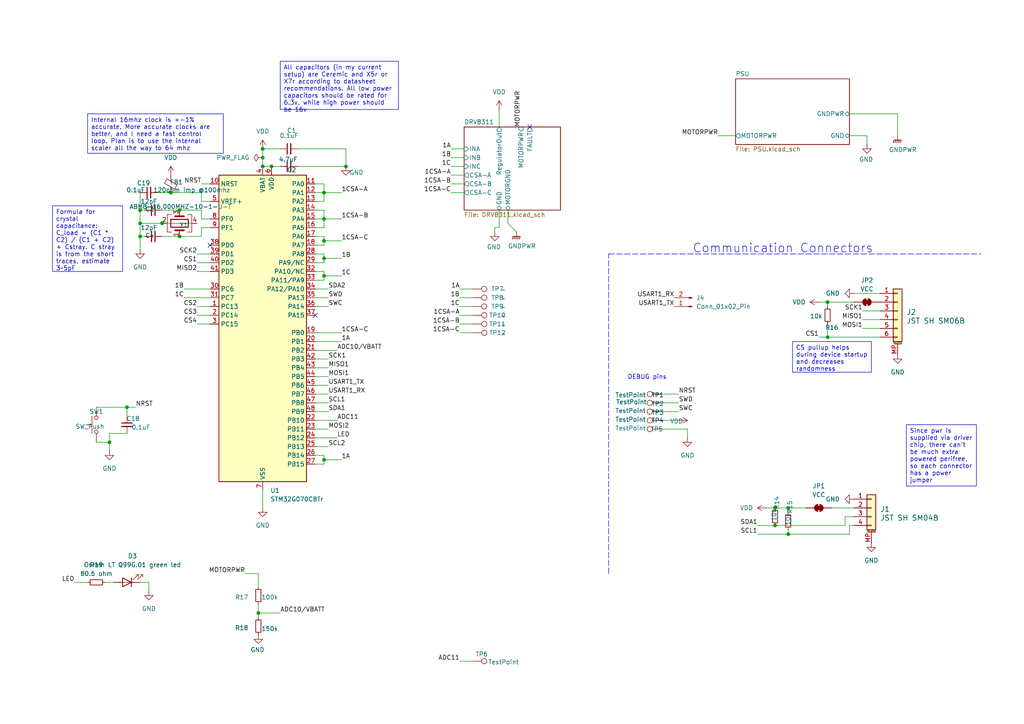
<source format=kicad_sch>
(kicad_sch (version 20231120) (generator "eeschema") (generator_version "8.0")
  (paper "A4")
  (title_block (date "2024-03-29") (rev "V1 Alpha"))
  (lib_symbols
    (symbol "Connector:Conn_01x02_Pin" (pin_names (offset 1.016) hide)
      (property "Reference" "J" (at 0 2.54 0))
      (property "Value" "Conn_01x02_Pin" (at 0 -5.08 0))
      (symbol "Conn_01x02_Pin_1_1"
        (polyline (pts (xy 1.27 -2.54) (xy 0.8636 -2.54)) (stroke (width 0.1524)))
        (polyline (pts (xy 1.27 0) (xy 0.8636 0)) (stroke (width 0.1524)))
        (rectangle (start 0.8636 -2.413) (end 0 -2.667) (stroke (width 0.1524)) (fill (type outline)))
        (rectangle (start 0.8636 0.127) (end 0 -0.127) (stroke (width 0.1524)) (fill (type outline)))
        (pin passive line (at 5.08 0 180) (length 3.81) (name "Pin_1") (number "1"))
        (pin passive line (at 5.08 -2.54 180) (length 3.81) (name "Pin_2") (number "2"))
      )
    )
    (symbol "Connector:TestPoint" (pin_numbers hide) (pin_names (offset 0.762) hide)
      (property "Reference" "TP" (at 0 6.858 0))
      (property "Value" "TestPoint" (at 0 5.08 0))
      (symbol "TestPoint_0_1"
        (circle (center 0 3.302) (radius 0.762))
      )
      (symbol "TestPoint_1_1"
        (pin passive line (at 0 0 90) (length 2.54) (name "1") (number "1"))
      )
    )
    (symbol "Connector_Generic_MountingPin:Conn_01x04_MountingPin" (pin_names (offset 1.016) hide)
      (property "Reference" "J" (at 0 5.08 0))
      (property "Value" "Conn_01x04_MountingPin" (at 1.27 -7.62 0))
      (symbol "Conn_01x04_MountingPin_1_1"
        (rectangle (start -1.27 -4.953) (end 0 -5.207) (stroke (width 0.1524)))
        (rectangle (start -1.27 -2.413) (end 0 -2.667) (stroke (width 0.1524)))
        (rectangle (start -1.27 0.127) (end 0 -0.127) (stroke (width 0.1524)))
        (rectangle (start -1.27 2.667) (end 0 2.413) (stroke (width 0.1524)))
        (rectangle (start -1.27 3.81) (end 1.27 -6.35) (stroke (width 0.254)) (fill (type background)))
        (polyline (pts (xy -1.016 -7.112) (xy 1.016 -7.112)) (stroke (width 0.1524)))
        (text "Mounting" (at 0 -6.731 0) (effects (font (size 0.381 0.381))))
        (pin passive line (at -5.08 2.54 0) (length 3.81) (name "Pin_1") (number "1"))
        (pin passive line (at -5.08 0 0) (length 3.81) (name "Pin_2") (number "2"))
        (pin passive line (at -5.08 -2.54 0) (length 3.81) (name "Pin_3") (number "3"))
        (pin passive line (at -5.08 -5.08 0) (length 3.81) (name "Pin_4") (number "4"))
        (pin passive line (at 0 -10.16 90) (length 3.048) (name "MountPin") (number "MP"))
      )
    )
    (symbol "Connector_Generic_MountingPin:Conn_01x06_MountingPin" (pin_names (offset 1.016) hide)
      (property "Reference" "J" (at 0 7.62 0))
      (property "Value" "Conn_01x06_MountingPin" (at 1.27 -10.16 0))
      (symbol "Conn_01x06_MountingPin_1_1"
        (rectangle (start -1.27 -7.493) (end 0 -7.747) (stroke (width 0.1524)))
        (rectangle (start -1.27 -4.953) (end 0 -5.207) (stroke (width 0.1524)))
        (rectangle (start -1.27 -2.413) (end 0 -2.667) (stroke (width 0.1524)))
        (rectangle (start -1.27 0.127) (end 0 -0.127) (stroke (width 0.1524)))
        (rectangle (start -1.27 2.667) (end 0 2.413) (stroke (width 0.1524)))
        (rectangle (start -1.27 5.207) (end 0 4.953) (stroke (width 0.1524)))
        (rectangle (start -1.27 6.35) (end 1.27 -8.89) (stroke (width 0.254)) (fill (type background)))
        (polyline (pts (xy -1.016 -9.652) (xy 1.016 -9.652)) (stroke (width 0.1524)))
        (text "Mounting" (at 0 -9.271 0) (effects (font (size 0.381 0.381))))
        (pin passive line (at -5.08 5.08 0) (length 3.81) (name "Pin_1") (number "1"))
        (pin passive line (at -5.08 2.54 0) (length 3.81) (name "Pin_2") (number "2"))
        (pin passive line (at -5.08 0 0) (length 3.81) (name "Pin_3") (number "3"))
        (pin passive line (at -5.08 -2.54 0) (length 3.81) (name "Pin_4") (number "4"))
        (pin passive line (at -5.08 -5.08 0) (length 3.81) (name "Pin_5") (number "5"))
        (pin passive line (at -5.08 -7.62 0) (length 3.81) (name "Pin_6") (number "6"))
        (pin passive line (at 0 -12.7 90) (length 3.048) (name "MountPin") (number "MP"))
      )
    )
    (symbol "Device:C_Small" (pin_numbers hide) (pin_names (offset 0.254) hide)
      (property "Reference" "C" (at 0.254 1.778 0))
      (property "Value" "C_Small" (at 0.254 -2.032 0))
      (symbol "C_Small_0_1"
        (polyline (pts (xy -1.524 -0.508) (xy 1.524 -0.508)) (stroke (width 0.3302)))
        (polyline (pts (xy -1.524 0.508) (xy 1.524 0.508)) (stroke (width 0.3048)))
      )
      (symbol "C_Small_1_1"
        (pin passive line (at 0 2.54 270) (length 2.032) (name "~") (number "1"))
        (pin passive line (at 0 -2.54 90) (length 2.032) (name "~") (number "2"))
      )
    )
    (symbol "Device:Crystal_GND24" (pin_names (offset 1.016) hide)
      (property "Reference" "Y" (at 3.175 5.08 0))
      (property "Value" "Crystal_GND24" (at 3.175 3.175 0))
      (symbol "Crystal_GND24_0_1"
        (rectangle (start -1.143 2.54) (end 1.143 -2.54) (stroke (width 0.3048)))
        (polyline (pts (xy -2.54 0) (xy -2.032 0)))
        (polyline (pts (xy -2.032 -1.27) (xy -2.032 1.27)) (stroke (width 0.508)))
        (polyline (pts (xy 0 -3.81) (xy 0 -3.556)))
        (polyline (pts (xy 0 3.556) (xy 0 3.81)))
        (polyline (pts (xy 2.032 -1.27) (xy 2.032 1.27)) (stroke (width 0.508)))
        (polyline (pts (xy 2.032 0) (xy 2.54 0)))
        (polyline (pts (xy -2.54 -2.286) (xy -2.54 -3.556) (xy 2.54 -3.556) (xy 2.54 -2.286)))
        (polyline (pts (xy -2.54 2.286) (xy -2.54 3.556) (xy 2.54 3.556) (xy 2.54 2.286)))
      )
      (symbol "Crystal_GND24_1_1"
        (pin passive line (at -3.81 0 0) (length 1.27) (name "1") (number "1"))
        (pin passive line (at 0 5.08 270) (length 1.27) (name "2") (number "2"))
        (pin passive line (at 3.81 0 180) (length 1.27) (name "3") (number "3"))
        (pin passive line (at 0 -5.08 90) (length 1.27) (name "4") (number "4"))
      )
    )
    (symbol "Device:FerriteBead_Small" (pin_numbers hide) (pin_names (offset 0))
      (property "Reference" "FB" (at 1.905 1.27 0))
      (property "Value" "FerriteBead_Small" (at 1.905 -1.27 0))
      (symbol "FerriteBead_Small_0_1"
        (polyline (pts (xy 0 -1.27) (xy 0 -0.7874)))
        (polyline (pts (xy 0 0.889) (xy 0 1.2954)))
        (polyline (pts (xy -1.8288 0.2794) (xy -1.1176 1.4986) (xy 1.8288 -0.2032) (xy 1.1176 -1.4224) (xy -1.8288 0.2794)))
      )
      (symbol "FerriteBead_Small_1_1"
        (pin passive line (at 0 2.54 270) (length 1.27) (name "~") (number "1"))
        (pin passive line (at 0 -2.54 90) (length 1.27) (name "~") (number "2"))
      )
    )
    (symbol "Device:LED" (pin_numbers hide) (pin_names (offset 1.016) hide)
      (property "Reference" "D" (at 0 2.54 0))
      (property "Value" "LED" (at 0 -2.54 0))
      (symbol "LED_0_1"
        (polyline (pts (xy -1.27 -1.27) (xy -1.27 1.27)) (stroke (width 0.254)))
        (polyline (pts (xy -1.27 0) (xy 1.27 0)))
        (polyline (pts (xy 1.27 -1.27) (xy 1.27 1.27) (xy -1.27 0) (xy 1.27 -1.27)) (stroke (width 0.254)))
        (polyline (pts (xy -3.048 -0.762) (xy -4.572 -2.286) (xy -3.81 -2.286) (xy -4.572 -2.286) (xy -4.572 -1.524)))
        (polyline (pts (xy -1.778 -0.762) (xy -3.302 -2.286) (xy -2.54 -2.286) (xy -3.302 -2.286) (xy -3.302 -1.524)))
      )
      (symbol "LED_1_1"
        (pin passive line (at -3.81 0 0) (length 2.54) (name "K") (number "1"))
        (pin passive line (at 3.81 0 180) (length 2.54) (name "A") (number "2"))
      )
    )
    (symbol "Device:R_Small" (pin_numbers hide) (pin_names (offset 0.254) hide)
      (property "Reference" "R" (at 0.762 0.508 0))
      (property "Value" "R_Small" (at 0.762 -1.016 0))
      (symbol "R_Small_0_1"
        (rectangle (start -0.762 1.778) (end 0.762 -1.778) (stroke (width 0.2032)))
      )
      (symbol "R_Small_1_1"
        (pin passive line (at 0 2.54 270) (length 0.762) (name "~") (number "1"))
        (pin passive line (at 0 -2.54 90) (length 0.762) (name "~") (number "2"))
      )
    )
    (symbol "Jumper:SolderJumper_2_Bridged" (pin_numbers hide) (pin_names (offset 0) hide) (exclude_from_sim yes) (in_bom no)
      (property "Reference" "JP" (at 0 2.032 0))
      (property "Value" "SolderJumper_2_Bridged" (at 0 -2.54 0))
      (symbol "SolderJumper_2_Bridged_0_1"
        (rectangle (start -0.508 0.508) (end 0.508 -0.508) (fill (type outline)))
        (arc (start -0.254 1.016) (mid -1.2656 0) (end -0.254 -1.016))
        (arc (start -0.254 1.016) (mid -1.2656 0) (end -0.254 -1.016) (fill (type outline)))
        (polyline (pts (xy -0.254 1.016) (xy -0.254 -1.016)))
        (polyline (pts (xy 0.254 1.016) (xy 0.254 -1.016)))
        (arc (start 0.254 -1.016) (mid 1.2656 0) (end 0.254 1.016))
        (arc (start 0.254 -1.016) (mid 1.2656 0) (end 0.254 1.016) (fill (type outline)))
      )
      (symbol "SolderJumper_2_Bridged_1_1"
        (pin passive line (at -3.81 0 0) (length 2.54) (name "A") (number "1"))
        (pin passive line (at 3.81 0 180) (length 2.54) (name "B") (number "2"))
      )
    )
    (symbol "MCU_ST_STM32G0:STM32G070CBTx"
      (property "Reference" "U" (at -12.7 46.99 0))
      (property "Value" "STM32G070CBTx" (at 5.08 46.99 0))
      (symbol "STM32G070CBTx_0_1"
        (rectangle (start -12.7 -43.18) (end 12.7 45.72) (stroke (width 0.254)) (fill (type background)))
      )
      (symbol "STM32G070CBTx_1_1"
        (pin bidirectional line (at -15.24 7.62 0) (length 2.54) (name "PC13") (number "1"))
        (pin input line (at -15.24 43.18 0) (length 2.54) (name "NRST") (number "10"))
        (pin bidirectional line (at 15.24 43.18 180) (length 2.54) (name "PA0") (number "11"))
        (pin bidirectional line (at 15.24 40.64 180) (length 2.54) (name "PA1") (number "12"))
        (pin bidirectional line (at 15.24 38.1 180) (length 2.54) (name "PA2") (number "13"))
        (pin bidirectional line (at 15.24 35.56 180) (length 2.54) (name "PA3") (number "14"))
        (pin bidirectional line (at 15.24 33.02 180) (length 2.54) (name "PA4") (number "15"))
        (pin bidirectional line (at 15.24 30.48 180) (length 2.54) (name "PA5") (number "16"))
        (pin bidirectional line (at 15.24 27.94 180) (length 2.54) (name "PA6") (number "17"))
        (pin bidirectional line (at 15.24 25.4 180) (length 2.54) (name "PA7") (number "18"))
        (pin bidirectional line (at 15.24 0 180) (length 2.54) (name "PB0") (number "19"))
        (pin bidirectional line (at -15.24 5.08 0) (length 2.54) (name "PC14") (number "2"))
        (pin bidirectional line (at 15.24 -2.54 180) (length 2.54) (name "PB1") (number "20"))
        (pin bidirectional line (at 15.24 -5.08 180) (length 2.54) (name "PB2") (number "21"))
        (pin bidirectional line (at 15.24 -25.4 180) (length 2.54) (name "PB10") (number "22"))
        (pin bidirectional line (at 15.24 -27.94 180) (length 2.54) (name "PB11") (number "23"))
        (pin bidirectional line (at 15.24 -30.48 180) (length 2.54) (name "PB12") (number "24"))
        (pin bidirectional line (at 15.24 -33.02 180) (length 2.54) (name "PB13") (number "25"))
        (pin bidirectional line (at 15.24 -35.56 180) (length 2.54) (name "PB14") (number "26"))
        (pin bidirectional line (at 15.24 -38.1 180) (length 2.54) (name "PB15") (number "27"))
        (pin bidirectional line (at 15.24 22.86 180) (length 2.54) (name "PA8") (number "28"))
        (pin bidirectional line (at 15.24 20.32 180) (length 2.54) (name "PA9/NC") (number "29"))
        (pin bidirectional line (at -15.24 2.54 0) (length 2.54) (name "PC15") (number "3"))
        (pin bidirectional line (at -15.24 12.7 0) (length 2.54) (name "PC6") (number "30"))
        (pin bidirectional line (at -15.24 10.16 0) (length 2.54) (name "PC7") (number "31"))
        (pin bidirectional line (at 15.24 17.78 180) (length 2.54) (name "PA10/NC") (number "32"))
        (pin bidirectional line (at 15.24 15.24 180) (length 2.54) (name "PA11/PA9") (number "33"))
        (pin bidirectional line (at 15.24 12.7 180) (length 2.54) (name "PA12/PA10") (number "34"))
        (pin bidirectional line (at 15.24 10.16 180) (length 2.54) (name "PA13") (number "35"))
        (pin bidirectional line (at 15.24 7.62 180) (length 2.54) (name "PA14") (number "36"))
        (pin bidirectional line (at 15.24 5.08 180) (length 2.54) (name "PA15") (number "37"))
        (pin bidirectional line (at -15.24 25.4 0) (length 2.54) (name "PD0") (number "38"))
        (pin bidirectional line (at -15.24 22.86 0) (length 2.54) (name "PD1") (number "39"))
        (pin power_in line (at 0 48.26 270) (length 2.54) (name "VBAT") (number "4"))
        (pin bidirectional line (at -15.24 20.32 0) (length 2.54) (name "PD2") (number "40"))
        (pin bidirectional line (at -15.24 17.78 0) (length 2.54) (name "PD3") (number "41"))
        (pin bidirectional line (at 15.24 -7.62 180) (length 2.54) (name "PB3") (number "42"))
        (pin bidirectional line (at 15.24 -10.16 180) (length 2.54) (name "PB4") (number "43"))
        (pin bidirectional line (at 15.24 -12.7 180) (length 2.54) (name "PB5") (number "44"))
        (pin bidirectional line (at 15.24 -15.24 180) (length 2.54) (name "PB6") (number "45"))
        (pin bidirectional line (at 15.24 -17.78 180) (length 2.54) (name "PB7") (number "46"))
        (pin bidirectional line (at 15.24 -20.32 180) (length 2.54) (name "PB8") (number "47"))
        (pin bidirectional line (at 15.24 -22.86 180) (length 2.54) (name "PB9") (number "48"))
        (pin input line (at -15.24 38.1 0) (length 2.54) (name "VREF+") (number "5"))
        (pin power_in line (at 2.54 48.26 270) (length 2.54) (name "VDD") (number "6"))
        (pin power_in line (at 0 -45.72 90) (length 2.54) (name "VSS") (number "7"))
        (pin bidirectional line (at -15.24 33.02 0) (length 2.54) (name "PF0") (number "8"))
        (pin bidirectional line (at -15.24 30.48 0) (length 2.54) (name "PF1") (number "9"))
      )
    )
    (symbol "Switch:SW_Push" (pin_numbers hide) (pin_names (offset 1.016) hide)
      (property "Reference" "SW" (at 1.27 2.54 0))
      (property "Value" "SW_Push" (at 0 -1.524 0))
      (symbol "SW_Push_0_1"
        (circle (center -2.032 0) (radius 0.508))
        (polyline (pts (xy 0 1.27) (xy 0 3.048)))
        (polyline (pts (xy 2.54 1.27) (xy -2.54 1.27)))
        (circle (center 2.032 0) (radius 0.508))
        (pin passive line (at -5.08 0 0) (length 2.54) (name "1") (number "1"))
        (pin passive line (at 5.08 0 180) (length 2.54) (name "2") (number "2"))
      )
    )
    (symbol "power:GND" (power) (pin_numbers hide) (pin_names (offset 0) hide)
      (property "Value" "GND" (at 0 -3.81 0))
      (symbol "GND_0_1"
        (polyline (pts (xy 0 0) (xy 0 -1.27) (xy 1.27 -1.27) (xy 0 -2.54) (xy -1.27 -1.27) (xy 0 -1.27)))
      )
      (symbol "GND_1_1"
        (pin power_in line (at 0 0 270) (length 0) (name "~") (number "1"))
      )
    )
    (symbol "power:GNDPWR" (power) (pin_numbers hide) (pin_names (offset 0) hide)
      (property "Value" "GNDPWR" (at 0 -3.302 0))
      (symbol "GNDPWR_0_1"
        (polyline (pts (xy 0 -1.27) (xy 0 0)))
        (polyline (pts (xy -1.016 -1.27) (xy -1.27 -2.032) (xy -1.27 -2.032)) (stroke (width 0.2032)))
        (polyline (pts (xy -0.508 -1.27) (xy -0.762 -2.032) (xy -0.762 -2.032)) (stroke (width 0.2032)))
        (polyline (pts (xy 0 -1.27) (xy -0.254 -2.032) (xy -0.254 -2.032)) (stroke (width 0.2032)))
        (polyline (pts (xy 0.508 -1.27) (xy 0.254 -2.032) (xy 0.254 -2.032)) (stroke (width 0.2032)))
        (polyline (pts (xy 1.016 -1.27) (xy -1.016 -1.27) (xy -1.016 -1.27)) (stroke (width 0.2032)))
        (polyline (pts (xy 1.016 -1.27) (xy 0.762 -2.032) (xy 0.762 -2.032) (xy 0.762 -2.032)) (stroke (width 0.2032)))
      )
      (symbol "GNDPWR_1_1"
        (pin power_in line (at 0 0 270) (length 0) (name "~") (number "1"))
      )
    )
    (symbol "power:PWR_FLAG" (power) (pin_numbers hide) (pin_names (offset 0) hide)
      (property "Value" "PWR_FLAG" (at 0 3.81 0))
      (symbol "PWR_FLAG_0_0"
        (pin power_out line (at 0 0 90) (length 0) (name "~") (number "1"))
      )
      (symbol "PWR_FLAG_0_1"
        (polyline (pts (xy 0 0) (xy 0 1.27) (xy -1.016 1.905) (xy 0 2.54) (xy 1.016 1.905) (xy 0 1.27)))
      )
    )
    (symbol "power:VDD" (power) (pin_numbers hide) (pin_names (offset 0) hide)
      (property "Value" "VDD" (at 0 3.556 0))
      (symbol "VDD_0_1"
        (polyline (pts (xy -0.762 1.27) (xy 0 2.54)))
        (polyline (pts (xy 0 0) (xy 0 2.54)))
        (polyline (pts (xy 0 2.54) (xy 0.762 1.27)))
      )
      (symbol "VDD_1_1"
        (pin power_in line (at 0 0 90) (length 0) (name "~") (number "1"))
      )
    )
  )
  (junction (at 228.6 147.32))
  (junction (at 31.75 128.27))
  (junction (at 52.07 60.96))
  (junction (at 76.2 43.18))
  (junction (at 76.2 48.26))
  (junction (at 93.98 63.5))
  (junction (at 74.93 177.8))
  (junction (at 46.99 64.77))
  (junction (at 78.74 48.26))
  (junction (at 240.03 87.63))
  (junction (at 93.98 80.01))
  (junction (at 36.83 118.11))
  (junction (at 93.98 69.85))
  (junction (at 224.79 152.4))
  (junction (at 93.98 74.93))
  (junction (at 228.6 154.94))
  (junction (at 240.03 97.79))
  (junction (at 40.64 64.77))
  (junction (at 40.64 60.96))
  (junction (at 52.07 68.58))
  (junction (at 49.53 55.88))
  (junction (at 76.2 45.72))
  (junction (at 40.64 68.58))
  (junction (at 100.33 48.26))
  (junction (at 93.98 133.35))
  (junction (at 224.79 147.32))
  (junction (at 93.98 55.88))
  (no_connect (at 153.67 36.83))
  (no_connect (at 91.44 91.44))
  (no_connect (at 60.96 71.12))
  (wire (pts (xy 143.51 66.04) (xy 144.78 66.04)))
  (wire (pts (xy 93.98 63.5) (xy 99.06 63.5)))
  (wire (pts (xy 46.99 68.58) (xy 52.07 68.58)))
  (wire (pts (xy 30.48 168.91) (xy 33.02 168.91)))
  (wire (pts (xy 91.44 106.68) (xy 95.25 106.68)))
  (wire (pts (xy 40.64 168.91) (xy 43.18 168.91)))
  (wire (pts (xy 58.42 58.42) (xy 60.96 58.42)))
  (wire (pts (xy 222.25 147.32) (xy 224.79 147.32)))
  (wire (pts (xy 91.44 116.84) (xy 95.25 116.84)))
  (wire (pts (xy 91.44 129.54) (xy 95.25 129.54)))
  (wire (pts (xy 91.44 68.58) (xy 93.98 68.58)))
  (wire (pts (xy 40.64 68.58) (xy 41.91 68.58)))
  (wire (pts (xy 246.38 33.02) (xy 260.35 33.02)))
  (wire (pts (xy 130.81 48.26) (xy 134.62 48.26)))
  (wire (pts (xy 191.77 124.46) (xy 199.39 124.46)))
  (wire (pts (xy 144.78 31.75) (xy 144.78 36.83)))
  (wire (pts (xy 228.6 154.94) (xy 246.38 154.94)))
  (wire (pts (xy 40.64 60.96) (xy 40.64 64.77)))
  (wire (pts (xy 93.98 74.93) (xy 93.98 73.66)))
  (wire (pts (xy 91.44 101.6) (xy 97.79 101.6)))
  (wire (pts (xy 76.2 43.18) (xy 76.2 45.72)))
  (wire (pts (xy 58.42 55.88) (xy 58.42 58.42)))
  (wire (pts (xy 91.44 99.06) (xy 99.06 99.06)))
  (wire (pts (xy 91.44 83.82) (xy 95.25 83.82)))
  (wire (pts (xy 91.44 86.36) (xy 95.25 86.36)))
  (wire (pts (xy 60.96 86.36) (xy 53.34 86.36)))
  (wire (pts (xy 241.3 147.32) (xy 247.65 147.32)))
  (wire (pts (xy 130.81 45.72) (xy 134.62 45.72)))
  (wire (pts (xy 133.35 83.82) (xy 137.16 83.82)))
  (wire (pts (xy 31.75 125.73) (xy 31.75 128.27)))
  (wire (pts (xy 130.81 50.8) (xy 134.62 50.8)))
  (wire (pts (xy 237.49 87.63) (xy 240.03 87.63)))
  (wire (pts (xy 224.79 147.32) (xy 228.6 147.32)))
  (wire (pts (xy 247.65 152.4) (xy 246.38 152.4)))
  (wire (pts (xy 86.36 48.26) (xy 100.33 48.26)))
  (wire (pts (xy 91.44 88.9) (xy 95.25 88.9)))
  (wire (pts (xy 240.03 97.79) (xy 255.27 97.79)))
  (wire (pts (xy 91.44 114.3) (xy 95.25 114.3)))
  (wire (pts (xy 57.15 88.9) (xy 60.96 88.9)))
  (wire (pts (xy 250.19 95.25) (xy 255.27 95.25)))
  (wire (pts (xy 91.44 63.5) (xy 93.98 63.5)))
  (wire (pts (xy 91.44 78.74) (xy 93.98 78.74)))
  (wire (pts (xy 91.44 104.14) (xy 95.25 104.14)))
  (wire (pts (xy 144.78 66.04) (xy 144.78 60.96)))
  (wire (pts (xy 91.44 132.08) (xy 93.98 132.08)))
  (wire (pts (xy 133.35 86.36) (xy 137.16 86.36)))
  (wire (pts (xy 93.98 80.01) (xy 99.06 80.01)))
  (wire (pts (xy 133.35 191.77) (xy 137.16 191.77)))
  (wire (pts (xy 78.74 48.26) (xy 81.28 48.26)))
  (wire (pts (xy 133.35 93.98) (xy 137.16 93.98)))
  (wire (pts (xy 36.83 125.73) (xy 31.75 125.73)))
  (wire (pts (xy 86.36 43.18) (xy 100.33 43.18)))
  (wire (pts (xy 240.03 87.63) (xy 240.03 88.9)))
  (polyline (pts (xy 176.53 166.37) (xy 176.53 73.66)) (stroke (width 0) (type dash)))
  (wire (pts (xy 58.42 53.34) (xy 60.96 53.34)))
  (wire (pts (xy 57.15 78.74) (xy 60.96 78.74)))
  (wire (pts (xy 91.44 58.42) (xy 93.98 58.42)))
  (wire (pts (xy 93.98 78.74) (xy 93.98 80.01)))
  (wire (pts (xy 93.98 133.35) (xy 93.98 134.62)))
  (wire (pts (xy 27.94 128.27) (xy 31.75 128.27)))
  (wire (pts (xy 91.44 60.96) (xy 93.98 60.96)))
  (wire (pts (xy 74.93 177.8) (xy 74.93 179.07)))
  (wire (pts (xy 93.98 63.5) (xy 93.98 60.96)))
  (wire (pts (xy 58.42 60.96) (xy 52.07 60.96)))
  (wire (pts (xy 58.42 66.04) (xy 58.42 68.58)))
  (wire (pts (xy 93.98 68.58) (xy 93.98 69.85)))
  (wire (pts (xy 58.42 63.5) (xy 58.42 60.96)))
  (wire (pts (xy 133.35 88.9) (xy 137.16 88.9)))
  (wire (pts (xy 246.38 152.4) (xy 246.38 154.94)))
  (wire (pts (xy 130.81 53.34) (xy 134.62 53.34)))
  (wire (pts (xy 191.77 116.84) (xy 196.85 116.84)))
  (wire (pts (xy 246.38 39.37) (xy 251.46 39.37)))
  (wire (pts (xy 36.83 118.11) (xy 39.37 118.11)))
  (wire (pts (xy 251.46 39.37) (xy 251.46 41.91)))
  (wire (pts (xy 91.44 71.12) (xy 93.98 71.12)))
  (wire (pts (xy 53.34 83.82) (xy 60.96 83.82)))
  (wire (pts (xy 91.44 109.22) (xy 95.25 109.22)))
  (wire (pts (xy 91.44 55.88) (xy 93.98 55.88)))
  (wire (pts (xy 93.98 81.28) (xy 93.98 80.01)))
  (wire (pts (xy 247.65 149.86) (xy 245.11 149.86)))
  (wire (pts (xy 228.6 154.94) (xy 228.6 153.67)))
  (wire (pts (xy 60.96 73.66) (xy 57.15 73.66)))
  (wire (pts (xy 91.44 124.46) (xy 95.25 124.46)))
  (wire (pts (xy 31.75 128.27) (xy 31.75 130.81)))
  (wire (pts (xy 21.59 168.91) (xy 25.4 168.91)))
  (wire (pts (xy 40.64 60.96) (xy 41.91 60.96)))
  (wire (pts (xy 91.44 76.2) (xy 93.98 76.2)))
  (wire (pts (xy 76.2 142.24) (xy 76.2 147.32)))
  (wire (pts (xy 133.35 91.44) (xy 137.16 91.44)))
  (wire (pts (xy 245.11 149.86) (xy 245.11 152.4)))
  (wire (pts (xy 191.77 121.92) (xy 196.85 121.92)))
  (wire (pts (xy 208.28 39.37) (xy 213.36 39.37)))
  (wire (pts (xy 76.2 48.26) (xy 78.74 48.26)))
  (wire (pts (xy 40.64 55.88) (xy 40.64 60.96)))
  (wire (pts (xy 60.96 63.5) (xy 58.42 63.5)))
  (wire (pts (xy 250.19 90.17) (xy 255.27 90.17)))
  (wire (pts (xy 71.12 166.37) (xy 74.93 166.37)))
  (wire (pts (xy 46.99 64.77) (xy 57.15 64.77)))
  (wire (pts (xy 93.98 132.08) (xy 93.98 133.35)))
  (wire (pts (xy 199.39 124.46) (xy 199.39 127)))
  (wire (pts (xy 130.81 55.88) (xy 134.62 55.88)))
  (wire (pts (xy 240.03 93.98) (xy 240.03 97.79)))
  (wire (pts (xy 40.64 64.77) (xy 40.64 68.58)))
  (wire (pts (xy 58.42 68.58) (xy 52.07 68.58)))
  (wire (pts (xy 224.79 152.4) (xy 245.11 152.4)))
  (wire (pts (xy 57.15 93.98) (xy 60.96 93.98)))
  (wire (pts (xy 91.44 66.04) (xy 93.98 66.04)))
  (wire (pts (xy 240.03 87.63) (xy 247.65 87.63)))
  (wire (pts (xy 74.93 166.37) (xy 74.93 170.18)))
  (polyline (pts (xy 176.53 73.66) (xy 284.48 73.66)) (stroke (width 0) (type dash)))
  (wire (pts (xy 191.77 119.38) (xy 196.85 119.38)))
  (wire (pts (xy 91.44 111.76) (xy 95.25 111.76)))
  (wire (pts (xy 93.98 63.5) (xy 93.98 66.04)))
  (wire (pts (xy 99.06 133.35) (xy 93.98 133.35)))
  (wire (pts (xy 93.98 55.88) (xy 99.06 55.88)))
  (wire (pts (xy 45.72 55.88) (xy 49.53 55.88)))
  (wire (pts (xy 219.71 154.94) (xy 228.6 154.94)))
  (wire (pts (xy 93.98 69.85) (xy 99.06 69.85)))
  (wire (pts (xy 147.32 64.77) (xy 149.86 67.31)))
  (wire (pts (xy 93.98 55.88) (xy 93.98 53.34)))
  (wire (pts (xy 91.44 134.62) (xy 93.98 134.62)))
  (wire (pts (xy 100.33 43.18) (xy 100.33 48.26)))
  (wire (pts (xy 147.32 60.96) (xy 147.32 64.77)))
  (wire (pts (xy 228.6 147.32) (xy 228.6 148.59)))
  (wire (pts (xy 97.79 127) (xy 91.44 127)))
  (wire (pts (xy 46.99 60.96) (xy 52.07 60.96)))
  (wire (pts (xy 43.18 168.91) (xy 43.18 171.45)))
  (wire (pts (xy 76.2 45.72) (xy 76.2 48.26)))
  (wire (pts (xy 91.44 121.92) (xy 97.79 121.92)))
  (wire (pts (xy 74.93 175.26) (xy 74.93 177.8)))
  (wire (pts (xy 130.81 43.18) (xy 134.62 43.18)))
  (wire (pts (xy 196.85 114.3) (xy 191.77 114.3)))
  (wire (pts (xy 36.83 118.11) (xy 36.83 120.65)))
  (wire (pts (xy 133.35 96.52) (xy 137.16 96.52)))
  (wire (pts (xy 57.15 91.44) (xy 60.96 91.44)))
  (wire (pts (xy 49.53 55.88) (xy 58.42 55.88)))
  (wire (pts (xy 228.6 147.32) (xy 233.68 147.32)))
  (wire (pts (xy 93.98 76.2) (xy 93.98 74.93)))
  (wire (pts (xy 93.98 74.93) (xy 99.06 74.93)))
  (wire (pts (xy 76.2 43.18) (xy 81.28 43.18)))
  (wire (pts (xy 93.98 71.12) (xy 93.98 69.85)))
  (wire (pts (xy 91.44 96.52) (xy 99.06 96.52)))
  (wire (pts (xy 250.19 92.71) (xy 255.27 92.71)))
  (wire (pts (xy 93.98 55.88) (xy 93.98 58.42)))
  (wire (pts (xy 260.35 39.37) (xy 260.35 33.02)))
  (wire (pts (xy 219.71 152.4) (xy 224.79 152.4)))
  (wire (pts (xy 57.15 76.2) (xy 60.96 76.2)))
  (wire (pts (xy 27.94 118.11) (xy 36.83 118.11)))
  (wire (pts (xy 40.64 68.58) (xy 40.64 72.39)))
  (wire (pts (xy 74.93 177.8) (xy 81.28 177.8)))
  (wire (pts (xy 40.64 64.77) (xy 46.99 64.77)))
  (wire (pts (xy 237.49 97.79) (xy 240.03 97.79)))
  (wire (pts (xy 91.44 81.28) (xy 93.98 81.28)))
  (wire (pts (xy 91.44 119.38) (xy 95.25 119.38)))
  (wire (pts (xy 91.44 73.66) (xy 93.98 73.66)))
  (wire (pts (xy 60.96 66.04) (xy 58.42 66.04)))
  (wire (pts (xy 247.65 85.09) (xy 255.27 85.09)))
  (wire (pts (xy 143.51 66.04) (xy 143.51 67.31)))
  (wire (pts (xy 91.44 53.34) (xy 93.98 53.34)))
  (text_box "CS pullup helps during device startup and decreases randomness" (at 229.87 99.06 0) (size 22.86 8.89) (effects (font (size 1.27 1.27)) (justify left top)))
  (text_box "All capacitors (in my current setup) are Ceremic and X5r or X7r according to datasheet recommendations. All low power capacitors should be rated for 6.3v, while high power should be 16v" (at 81.28 17.78 0) (size 34.29 13.97) (effects (font (size 1.27 1.27)) (justify left top)))
  (text_box "Formula for crystal capacitance: C_load = (C1 * C2) / (C1 + C2) + Cstray. C stray is from the short traces, estimate 3~5pF" (at 15.24 59.69 0) (size 20.32 19.05) (effects (font (size 1.27 1.27)) (justify left top)))
  (text_box "Since pwr is supplied via driver chip, there can't be much extra powered perifree, so each connector has a power jumper" (at 262.89 123.19 0) (size 20.32 17.78) (effects (font (size 1.27 1.27)) (justify left top)))
  (text_box "Internal 16mhz clock is +-1% accurate. More accurate clocks are better, and I need a fast control loop. Plan is to use the internal scaler all the way to 64 mhz" (at 25.4 33.02 0) (size 39.37 11.43) (effects (font (size 1.27 1.27)) (justify left top)))
  (text "Communication Connectors" (at 227.076 72.136 0) (effects (font (size 2.54 2.54))))
  (text "DEBUG pins" (at 187.706 109.474 0) (effects (font (size 1.27 1.27))))
  (label "ADC10{slash}VBATT" (at 81.28 177.8 0))
  (label "ADC11" (at 133.35 191.77 180))
  (label "ADC10{slash}VBATT" (at 97.79 101.6 0))
  (label "SDA1" (at 95.25 119.38 0))
  (label "LED" (at 21.59 168.91 180))
  (label "USART1_TX" (at 95.25 111.76 0))
  (label "SWD" (at 196.85 116.84 0))
  (label "SCL1" (at 95.25 116.84 0))
  (label "CS1" (at 57.15 76.2 180))
  (label "1CSA-B" (at 99.06 63.5 0))
  (label "SCK2" (at 57.15 73.66 180))
  (label "1B" (at 133.35 86.36 180))
  (label "USART1_RX" (at 195.58 86.36 180))
  (label "MISO2" (at 57.15 78.74 180))
  (label "USART1_RX" (at 95.25 114.3 0))
  (label "SDA2" (at 95.25 83.82 0))
  (label "SCK1" (at 250.19 90.17 180))
  (label "1A" (at 133.35 83.82 180))
  (label "MOTORPWR" (at 151.13 36.83 90))
  (label "1C" (at 53.34 86.36 180))
  (label "1B" (at 99.06 74.93 0))
  (label "SCL1" (at 219.71 154.94 180))
  (label "1CSA-A" (at 133.35 91.44 180))
  (label "NRST" (at 39.37 118.11 0))
  (label "ADC11" (at 97.79 121.92 0))
  (label "1C" (at 133.35 88.9 180))
  (label "1CSA-B" (at 130.81 53.34 180))
  (label "1CSA-C" (at 99.06 69.85 0))
  (label "1C" (at 130.81 48.26 180))
  (label "SWC" (at 95.25 88.9 0))
  (label "1B" (at 53.34 83.82 180))
  (label "SWC" (at 196.85 119.38 0))
  (label "MOTORPWR" (at 71.12 166.37 180))
  (label "1CSA-A" (at 99.06 55.88 0))
  (label "CS4" (at 57.15 93.98 180))
  (label "CS2" (at 57.15 88.9 180))
  (label "MOSI2" (at 95.25 124.46 0))
  (label "CS1" (at 237.49 97.79 180))
  (label "NRST" (at 196.85 114.3 0))
  (label "MISO1" (at 250.19 92.71 180))
  (label "USART1_TX" (at 195.58 88.9 180))
  (label "1A" (at 99.06 99.06 0))
  (label "CS3" (at 57.15 91.44 180))
  (label "1CSA-C" (at 133.35 96.52 180))
  (label "MISO1" (at 95.25 106.68 0))
  (label "1C" (at 99.06 80.01 0))
  (label "SCL2" (at 95.25 129.54 0))
  (label "MOSI1" (at 95.25 109.22 0))
  (label "1B" (at 130.81 45.72 180))
  (label "NRST" (at 58.42 53.34 180))
  (label "1A" (at 99.06 133.35 0))
  (label "1CSA-C" (at 99.06 96.52 0))
  (label "SCK1" (at 95.25 104.14 0))
  (label "1CSA-B" (at 133.35 93.98 180))
  (label "1CSA-C" (at 130.81 55.88 180))
  (label "1A" (at 130.81 43.18 180))
  (label "MOTORPWR" (at 208.28 39.37 180))
  (label "SWD" (at 95.25 86.36 0))
  (label "1CSA-A" (at 130.81 50.8 180))
  (label "SDA1" (at 219.71 152.4 180))
  (label "MOSI1" (at 250.19 95.25 180))
  (label "LED" (at 97.79 127 0))
  (symbol (lib_id "power:GND") (at 143.51 67.31 0) (unit 1)
    (property "Reference" "#PWR09" (effects (hide yes)))
    (property "Value" "GND" (at 143.256 71.628 0))
    (property "Description" "Power symbol creates a global label with name \"GND\" , ground" (effects (hide yes)))
  )
  (symbol (lib_id "Device:R_Small") (at 228.6 151.13 0) (unit 1)
    (property "Reference" "R15" (at 229.108 147.066 90))
    (property "Value" "10k" (at 228.6 150.622 90))
    (property "Footprint" "Resistor_SMD:R_0603_1608Metric" (effects (hide yes)))
    (property "Description" "Resistor, small symbol" (effects (hide yes)))
  )
  (symbol (lib_id "Device:R_Small") (at 240.03 91.44 0) (unit 1)
    (property "Reference" "R16" (at 241.3 94.996 0))
    (property "Value" "10k" (at 236.728 91.694 0))
    (property "Footprint" "Resistor_SMD:R_0603_1608Metric" (effects (hide yes)))
    (property "Description" "Resistor, small symbol" (effects (hide yes)))
  )
  (symbol (lib_id "power:GND") (at 247.65 85.09 270) (unit 1)
    (property "Reference" "#PWR016" (effects (hide yes)))
    (property "Value" "GND" (at 243.586 85.0899 90) (effects (justify right)))
    (property "Description" "Power symbol creates a global label with name \"GND\" , ground" (effects (hide yes)))
  )
  (symbol (lib_id "Connector:TestPoint") (at 137.16 93.98 270) (unit 1)
    (property "Reference" "TP11" (at 144.272 93.98 90))
    (property "Value" "~" (at 146.05 94.234 90))
    (property "Footprint" "TestPoint:TestPoint_Pad_D1.5mm" (effects (hide yes)))
    (property "Description" "test point" (effects (hide yes)))
  )
  (symbol (lib_id "Switch:SW_Push") (at 27.94 123.19 90) (unit 1)
    (property "Reference" "SW1" (at 25.908 119.38 90) (effects (justify right)))
    (property "Value" "SW_Push" (at 21.844 123.698 90) (effects (justify right)))
    (property "Footprint" "Button_Switch_SMD:SW_Push_1P1T_NO_CK_KMR2" (effects (hide yes)))
    (property "Description" "Push button switch, generic, two pins" (effects (hide yes)))
  )
  (symbol (lib_id "power:GND") (at 247.65 144.78 270) (unit 1)
    (property "Reference" "#PWR014" (effects (hide yes)))
    (property "Value" "GND" (at 243.586 144.7799 90) (effects (justify right)))
    (property "Description" "Power symbol creates a global label with name \"GND\" , ground" (effects (hide yes)))
  )
  (symbol (lib_id "power:GND") (at 74.93 184.15 0) (unit 1)
    (property "Reference" "#PWR026" (effects (hide yes)))
    (property "Value" "GND" (at 74.676 188.468 0))
    (property "Description" "Power symbol creates a global label with name \"GND\" , ground" (effects (hide yes)))
  )
  (symbol (lib_id "Device:C_Small") (at 83.82 43.18 90) (unit 1)
    (property "Reference" "C1" (at 84.582 37.846 90))
    (property "Value" "0.1uF" (at 83.8263 39.37 90))
    (property "Footprint" "Capacitor_SMD:C_0603_1608Metric" (effects (hide yes)))
    (property "Description" "Unpolarized capacitor, small symbol" (effects (hide yes)))
  )
  (symbol (lib_id "Device:R_Small") (at 74.93 181.61 180) (unit 1)
    (property "Reference" "R18" (at 70.104 182.118 0))
    (property "Value" "150k" (at 78.232 182.372 0))
    (property "Footprint" "Resistor_SMD:R_0603_1608Metric" (effects (hide yes)))
    (property "Description" "Resistor, small symbol" (effects (hide yes)))
  )
  (symbol (lib_id "Jumper:SolderJumper_2_Bridged") (at 237.49 147.32 0) (unit 1) (exclude_from_sim yes) (in_bom no)
    (property "Reference" "JP1" (at 237.49 140.97 0))
    (property "Value" "VCC" (at 237.49 143.51 0))
    (property "Footprint" "Jumper:SolderJumper-2_P1.3mm_Bridged_Pad1.0x1.5mm" (effects (hide yes)))
    (property "Description" "Solder Jumper, 2-pole, closed/bridged" (effects (hide yes)))
  )
  (symbol (lib_id "power:VDD") (at 237.49 87.63 90) (unit 1)
    (property "Reference" "#PWR017" (effects (hide yes)))
    (property "Value" "VDD" (at 233.68 87.6299 90) (effects (justify left)))
    (property "Description" "Power symbol creates a global label with name \"VDD\"" (effects (hide yes)))
  )
  (symbol (lib_id "Device:R_Small") (at 74.93 172.72 180) (unit 1)
    (property "Reference" "R17" (at 70.104 173.228 0))
    (property "Value" "100k" (at 78.232 173.228 0))
    (property "Footprint" "Resistor_SMD:R_0603_1608Metric" (effects (hide yes)))
    (property "Description" "Resistor, small symbol" (effects (hide yes)))
  )
  (symbol (lib_id "power:GND") (at 43.18 171.45 0) (unit 1)
    (property "Reference" "#PWR028" (effects (hide yes)))
    (property "Value" "GND" (at 43.18 176.53 0))
    (property "Description" "Power symbol creates a global label with name \"GND\" , ground" (effects (hide yes)))
  )
  (symbol (lib_id "power:VDD") (at 222.25 147.32 90) (unit 1)
    (property "Reference" "#PWR015" (effects (hide yes)))
    (property "Value" "VDD" (at 218.44 147.3199 90) (effects (justify left)))
    (property "Description" "Power symbol creates a global label with name \"VDD\"" (effects (hide yes)))
  )
  (symbol (lib_id "Device:C_Small") (at 44.45 68.58 270) (unit 1)
    (property "Reference" "C4" (at 43.434 68.326 90))
    (property "Value" "12pF" (at 43.18 66.04 90))
    (property "Footprint" "Capacitor_SMD:C_0603_1608Metric_Pad1.08x0.95mm_HandSolder" (effects (hide yes)))
    (property "Description" "Unpolarized capacitor, small symbol" (effects (hide yes)))
  )
  (symbol (lib_id "Jumper:SolderJumper_2_Bridged") (at 251.46 87.63 0) (unit 1) (exclude_from_sim yes) (in_bom no)
    (property "Reference" "JP2" (at 251.46 81.28 0))
    (property "Value" "VCC" (at 251.46 83.82 0))
    (property "Footprint" "Jumper:SolderJumper-2_P1.3mm_Bridged_Pad1.0x1.5mm" (effects (hide yes)))
    (property "Description" "Solder Jumper, 2-pole, closed/bridged" (effects (hide yes)))
  )
  (symbol (lib_id "Device:FerriteBead_Small") (at 49.53 53.34 180) (unit 1)
    (property "Reference" "FB1" (at 49.276 52.832 0) (effects (justify right)))
    (property "Value" "120ohm imp @100mhz" (at 44.45 55.118 0) (effects (justify right)))
    (property "Footprint" "Inductor_SMD:L_0603_1608Metric" (effects (hide yes)))
    (property "Description" "Ferrite bead, small symbol" (effects (hide yes)))
  )
  (symbol (lib_id "Connector:TestPoint") (at 191.77 114.3 90) (unit 1)
    (property "Reference" "TP1" (at 190.754 114.554 90))
    (property "Value" "TestPoint" (at 182.88 114.554 90))
    (property "Footprint" "TestPoint:TestPoint_Pad_D1.5mm" (effects (hide yes)))
    (property "Description" "test point" (effects (hide yes)))
  )
  (symbol (lib_id "Connector:TestPoint") (at 137.16 88.9 270) (unit 1)
    (property "Reference" "TP9" (at 144.272 88.9 90))
    (property "Value" "~" (at 146.05 89.154 90))
    (property "Footprint" "TestPoint:TestPoint_Pad_D1.5mm" (effects (hide yes)))
    (property "Description" "test point" (effects (hide yes)))
  )
  (symbol (lib_id "power:GND") (at 252.73 157.48 0) (unit 1)
    (property "Reference" "#PWR025" (effects (hide yes)))
    (property "Value" "GND" (at 252.73 162.56 0))
    (property "Description" "Power symbol creates a global label with name \"GND\" , ground" (effects (hide yes)))
  )
  (symbol (lib_id "power:GNDPWR") (at 149.86 67.31 0) (unit 1)
    (property "Reference" "#PWR010" (effects (hide yes)))
    (property "Value" "GNDPWR" (at 151.384 71.374 0))
    (property "Description" "Power symbol creates a global label with name \"GNDPWR\" , global ground" (effects (hide yes)))
  )
  (symbol (lib_id "Connector_Generic_MountingPin:Conn_01x04_MountingPin") (at 252.73 147.32 0) (unit 1)
    (property "Reference" "J1" (at 255.27 147.6755 0) (effects (font (size 1.524 1.524)) (justify left)))
    (property "Value" "JST SH SM04B" (at 255.27 150.2155 0) (effects (font (size 1.524 1.524)) (justify left)))
    (property "Footprint" "Connector_JST:JST_SH_SM04B-SRSS-TB_1x04-1MP_P1.00mm_Horizontal" (effects (hide yes)))
    (property "Description" "Generic connectable mounting pin connector, single row, 01x04, script generated (kicad-library-utils/schlib/autogen/connector/)" (effects (hide yes)))
  )
  (symbol (lib_id "Connector:TestPoint") (at 137.16 91.44 270) (unit 1)
    (property "Reference" "TP10" (at 144.272 91.44 90))
    (property "Value" "~" (at 146.05 91.694 90))
    (property "Footprint" "TestPoint:TestPoint_Pad_D1.5mm" (effects (hide yes)))
    (property "Description" "test point" (effects (hide yes)))
  )
  (symbol (lib_id "power:GND") (at 251.46 41.91 0) (unit 1)
    (property "Reference" "#PWR02" (effects (hide yes)))
    (property "Value" "GND" (at 251.206 46.228 0))
    (property "Description" "Power symbol creates a global label with name \"GND\" , ground" (effects (hide yes)))
  )
  (symbol (lib_id "Device:C_Small") (at 44.45 60.96 270) (unit 1)
    (property "Reference" "C3" (at 43.434 60.706 90))
    (property "Value" "12pF" (at 43.18 58.42 90))
    (property "Footprint" "Capacitor_SMD:C_0603_1608Metric_Pad1.08x0.95mm_HandSolder" (effects (hide yes)))
    (property "Description" "Unpolarized capacitor, small symbol" (effects (hide yes)))
  )
  (symbol (lib_id "Device:C_Small") (at 36.83 123.19 0) (unit 1)
    (property "Reference" "C18" (at 38.608 121.412 0))
    (property "Value" "0.1uF" (at 40.894 123.952 0))
    (property "Footprint" "Capacitor_SMD:C_0603_1608Metric_Pad1.08x0.95mm_HandSolder" (effects (hide yes)))
    (property "Description" "Unpolarized capacitor, small symbol" (effects (hide yes)))
  )
  (symbol (lib_id "Device:C_Small") (at 83.82 48.26 90) (unit 1)
    (property "Reference" "C2" (at 84.582 49.276 90))
    (property "Value" "4.7uF" (at 83.566 46.228 90))
    (property "Footprint" "Capacitor_SMD:C_0603_1608Metric" (effects (hide yes)))
    (property "Description" "Unpolarized capacitor, small symbol" (effects (hide yes)))
  )
  (symbol (lib_id "Device:Crystal_GND24") (at 52.07 64.77 90) (unit 1)
    (property "Reference" "Y1" (at 53.34 65.278 90))
    (property "Value" "ABM8-16.000MHZ-10-1-U-T" (at 52.324 59.944 90))
    (property "Footprint" "Crystal:Crystal_SMD_Abracon_ABM8G-4Pin_3.2x2.5mm" (effects (hide yes)))
    (property "Description" "Four pin crystal, GND on pins 2 and 4" (effects (hide yes)))
  )
  (symbol (lib_id "Connector:Conn_01x02_Pin") (at 200.66 88.9 180) (unit 1)
    (property "Reference" "J4" (at 201.93 86.3599 0) (effects (justify right)))
    (property "Value" "Conn_01x02_Pin" (at 201.93 88.8999 0) (effects (justify right)))
    (property "Footprint" "Connector_PinHeader_2.54mm:PinHeader_1x02_P2.54mm_Vertical" (effects (hide yes)))
    (property "Description" "Generic connector, single row, 01x02, script generated" (effects (hide yes)))
  )
  (symbol (lib_id "power:VDD") (at 49.53 50.8 0) (unit 1)
    (property "Reference" "#PWR023" (effects (hide yes)))
    (property "Value" "VDD" (at 49.53 45.72 0))
    (property "Description" "Power symbol creates a global label with name \"VDD\"" (effects (hide yes)))
  )
  (symbol (lib_id "power:VDD") (at 76.2 43.18 0) (unit 1)
    (property "Reference" "#PWR03" (effects (hide yes)))
    (property "Value" "VDD" (at 76.2 38.1 0))
    (property "Description" "Power symbol creates a global label with name \"VDD\"" (effects (hide yes)))
  )
  (symbol (lib_id "Connector:TestPoint") (at 137.16 96.52 270) (unit 1)
    (property "Reference" "TP12" (at 144.272 96.52 90))
    (property "Value" "~" (at 146.05 96.774 90))
    (property "Footprint" "TestPoint:TestPoint_Pad_D1.5mm" (effects (hide yes)))
    (property "Description" "test point" (effects (hide yes)))
  )
  (symbol (lib_id "Connector:TestPoint") (at 137.16 83.82 270) (unit 1)
    (property "Reference" "TP7" (at 144.272 83.82 90))
    (property "Value" "~" (at 146.05 84.074 90))
    (property "Footprint" "TestPoint:TestPoint_Pad_D1.5mm" (effects (hide yes)))
    (property "Description" "test point" (effects (hide yes)))
  )
  (symbol (lib_id "power:GND") (at 100.33 48.26 0) (unit 1)
    (property "Reference" "#PWR04" (effects (hide yes)))
    (property "Value" "GND" (at 103.378 50.038 0))
    (property "Description" "Power symbol creates a global label with name \"GND\" , ground" (effects (hide yes)))
  )
  (symbol (lib_id "Connector_Generic_MountingPin:Conn_01x06_MountingPin") (at 260.35 90.17 0) (unit 1)
    (property "Reference" "J2" (at 262.89 90.5255 0) (effects (font (size 1.524 1.524)) (justify left)))
    (property "Value" "JST SH SM06B" (at 262.89 93.0655 0) (effects (font (size 1.524 1.524)) (justify left)))
    (property "Footprint" "Connector_JST:JST_SH_SM06B-SRSS-TB_1x06-1MP_P1.00mm_Horizontal" (effects (hide yes)))
    (property "Description" "Generic connectable mounting pin connector, single row, 01x06, script generated (kicad-library-utils/schlib/autogen/connector/)" (effects (hide yes)))
  )
  (symbol (lib_id "power:GND") (at 260.35 102.87 0) (unit 1)
    (property "Reference" "#PWR024" (effects (hide yes)))
    (property "Value" "GND" (at 260.35 107.95 0))
    (property "Description" "Power symbol creates a global label with name \"GND\" , ground" (effects (hide yes)))
  )
  (symbol (lib_id "power:GND") (at 40.64 72.39 0) (unit 1)
    (property "Reference" "#PWR08" (effects (hide yes)))
    (property "Value" "GND" (at 40.64 77.47 0))
    (property "Description" "Power symbol creates a global label with name \"GND\" , ground" (effects (hide yes)))
  )
  (symbol (lib_id "power:VDD") (at 196.85 121.92 270) (unit 1)
    (property "Reference" "#PWR06" (effects (hide yes)))
    (property "Value" "VDD" (at 194.31 122.174 90) (effects (justify left)))
    (property "Description" "Power symbol creates a global label with name \"VDD\"" (effects (hide yes)))
  )
  (symbol (lib_id "Connector:TestPoint") (at 191.77 124.46 90) (unit 1)
    (property "Reference" "TP5" (at 190.5 124.46 90))
    (property "Value" "TestPoint" (at 182.88 124.206 90))
    (property "Footprint" "TestPoint:TestPoint_Pad_D1.5mm" (effects (hide yes)))
    (property "Description" "test point" (effects (hide yes)))
  )
  (symbol (lib_id "Connector:TestPoint") (at 137.16 191.77 270) (unit 1)
    (property "Reference" "TP6" (at 139.7 189.738 90))
    (property "Value" "TestPoint" (at 146.05 192.024 90))
    (property "Footprint" "TestPoint:TestPoint_Pad_D1.5mm" (effects (hide yes)))
    (property "Description" "test point" (effects (hide yes)))
  )
  (symbol (lib_id "Device:C_Small") (at 43.18 55.88 90) (unit 1)
    (property "Reference" "C19" (at 41.656 53.086 90))
    (property "Value" "0.1uF" (at 39.37 55.118 90))
    (property "Footprint" "Capacitor_SMD:C_0603_1608Metric" (effects (hide yes)))
    (property "Description" "Unpolarized capacitor, small symbol" (effects (hide yes)))
  )
  (symbol (lib_id "Connector:TestPoint") (at 191.77 119.38 90) (unit 1)
    (property "Reference" "TP3" (at 190.754 119.634 90))
    (property "Value" "TestPoint" (at 182.88 119.126 90))
    (property "Footprint" "TestPoint:TestPoint_Pad_D1.5mm" (effects (hide yes)))
    (property "Description" "test point" (effects (hide yes)))
  )
  (symbol (lib_id "Device:R_Small") (at 224.79 149.86 0) (unit 1)
    (property "Reference" "R14" (at 225.298 145.796 90))
    (property "Value" "10k" (at 224.536 149.352 90))
    (property "Footprint" "Resistor_SMD:R_0603_1608Metric" (effects (hide yes)))
    (property "Description" "Resistor, small symbol" (effects (hide yes)))
  )
  (symbol (lib_id "power:GND") (at 199.39 127 0) (unit 1)
    (property "Reference" "#PWR07" (effects (hide yes)))
    (property "Value" "GND" (at 199.39 132.08 0))
    (property "Description" "Power symbol creates a global label with name \"GND\" , ground" (effects (hide yes)))
  )
  (symbol (lib_id "Device:LED") (at 36.83 168.91 180) (unit 1)
    (property "Reference" "D3" (at 38.4175 161.29 0))
    (property "Value" "Osram LT Q99G.01 green led" (at 38.4175 163.83 0))
    (property "Footprint" "LED_SMD:LED_0603_1608Metric_Pad1.05x0.95mm_HandSolder" (effects (hide yes)))
    (property "Description" "Light emitting diode" (effects (hide yes)))
  )
  (symbol (lib_id "Connector:TestPoint") (at 137.16 86.36 270) (unit 1)
    (property "Reference" "TP8" (at 144.272 86.36 90))
    (property "Value" "~" (at 146.05 86.614 90))
    (property "Footprint" "TestPoint:TestPoint_Pad_D1.5mm" (effects (hide yes)))
    (property "Description" "test point" (effects (hide yes)))
  )
  (symbol (lib_id "Device:R_Small") (at 27.94 168.91 90) (unit 1)
    (property "Reference" "R19" (at 27.94 163.83 90))
    (property "Value" "80.6 ohm" (at 27.94 166.37 90))
    (property "Footprint" "Resistor_SMD:R_0603_1608Metric" (effects (hide yes)))
    (property "Description" "Resistor, small symbol" (effects (hide yes)))
  )
  (symbol (lib_id "power:PWR_FLAG") (at 76.2 45.72 90) (unit 1)
    (property "Reference" "#FLG01" (effects (hide yes)))
    (property "Value" "PWR_FLAG" (at 72.39 45.7199 90) (effects (justify left)))
    (property "Description" "Special symbol for telling ERC where power comes from" (effects (hide yes)))
  )
  (symbol (lib_id "power:GNDPWR") (at 260.35 39.37 0) (unit 1)
    (property "Reference" "#PWR01" (effects (hide yes)))
    (property "Value" "GNDPWR" (at 261.874 43.434 0))
    (property "Description" "Power symbol creates a global label with name \"GNDPWR\" , global ground" (effects (hide yes)))
  )
  (symbol (lib_id "Connector:TestPoint") (at 191.77 116.84 90) (unit 1)
    (property "Reference" "TP2" (at 190.754 117.094 90))
    (property "Value" "TestPoint" (at 183.134 116.586 90))
    (property "Footprint" "TestPoint:TestPoint_Pad_D1.5mm" (effects (hide yes)))
    (property "Description" "test point" (effects (hide yes)))
  )
  (symbol (lib_id "power:VDD") (at 144.78 31.75 0) (unit 1)
    (property "Reference" "#PWR05" (effects (hide yes)))
    (property "Value" "VDD" (at 144.78 26.67 0))
    (property "Description" "Power symbol creates a global label with name \"VDD\"" (effects (hide yes)))
  )
  (symbol (lib_id "power:GND") (at 76.2 147.32 0) (unit 1)
    (property "Reference" "#PWR013" (effects (hide yes)))
    (property "Value" "GND" (at 76.2 152.4 0))
    (property "Description" "Power symbol creates a global label with name \"GND\" , ground" (effects (hide yes)))
  )
  (symbol (lib_id "MCU_ST_STM32G0:STM32G070CBTx") (at 76.2 96.52 0) (unit 1)
    (property "Reference" "U1" (at 78.3941 142.24 0) (effects (justify left)))
    (property "Value" "STM32G070CBTr" (at 78.3941 144.78 0) (effects (justify left)))
    (property "Footprint" "Package_QFP:LQFP-48_7x7mm_P0.5mm" (effects (hide yes)))
    (property "Datasheet" "https://www.st.com/resource/en/datasheet/stm32g070cb.pdf" (effects (hide yes)))
    (property "Description" "STMicroelectronics Arm Cortex-M0+ MCU, 128KB flash, 36KB RAM, 64 MHz, 2.0-3.6V, 43 GPIO, LQFP48" (effects (hide yes)))
  )
  (symbol (lib_id "power:GND") (at 31.75 130.81 0) (unit 1)
    (property "Reference" "#PWR027" (effects (hide yes)))
    (property "Value" "GND" (at 31.75 135.89 0))
    (property "Description" "Power symbol creates a global label with name \"GND\" , ground" (effects (hide yes)))
  )
  (symbol (lib_id "Connector:TestPoint") (at 191.77 121.92 90) (unit 1)
    (property "Reference" "TP4" (at 190.754 121.92 90))
    (property "Value" "TestPoint" (at 182.88 121.666 90))
    (property "Footprint" "TestPoint:TestPoint_Pad_D1.5mm" (effects (hide yes)))
    (property "Description" "test point" (effects (hide yes)))
  )
  (sheet (at 134.62 36.83) (size 27.94 24.13) (stroke (width 0.1524))
    (property "Sheetname" "DRV8311" (at 134.62 36.1184 0) (effects (justify left bottom)))
    (property "Sheetfile" "DRV8311.kicad_sch" (at 134.62 61.5446 0) (effects (justify left top)))
    (pin "INC" input (at 134.62 48.26 180))
    (pin "INA" input (at 134.62 43.18 180))
    (pin "INB" input (at 134.62 45.72 180))
    (pin "MOTORGND" bidirectional (at 147.32 60.96 270))
    (pin "MOTORPWR" input (at 151.13 36.83 90))
    (pin "GND" bidirectional (at 144.78 60.96 270))
    (pin "CSA-B" output (at 134.62 53.34 180))
    (pin "CSA-A" output (at 134.62 50.8 180))
    (pin "CSA-C" output (at 134.62 55.88 180))
    (pin "RegulatorOut" output (at 144.78 36.83 90))
    (pin "FAULT" output (at 153.67 36.83 90))
  )
  (sheet (at 213.36 22.86) (size 33.02 19.05) (stroke (width 0.1524))
    (property "Sheetname" "PSU" (at 213.36 22.1484 0) (effects (justify left bottom)))
    (property "Sheetfile" "PSU.kicad_sch" (at 213.36 42.4946 0) (effects (justify left top)))
    (pin "MOTORPWR" output (at 213.36 39.37 180))
    (pin "GND" bidirectional (at 246.38 39.37 0))
    (pin "GNDPWR" bidirectional (at 246.38 33.02 0))
  )
)
</source>
